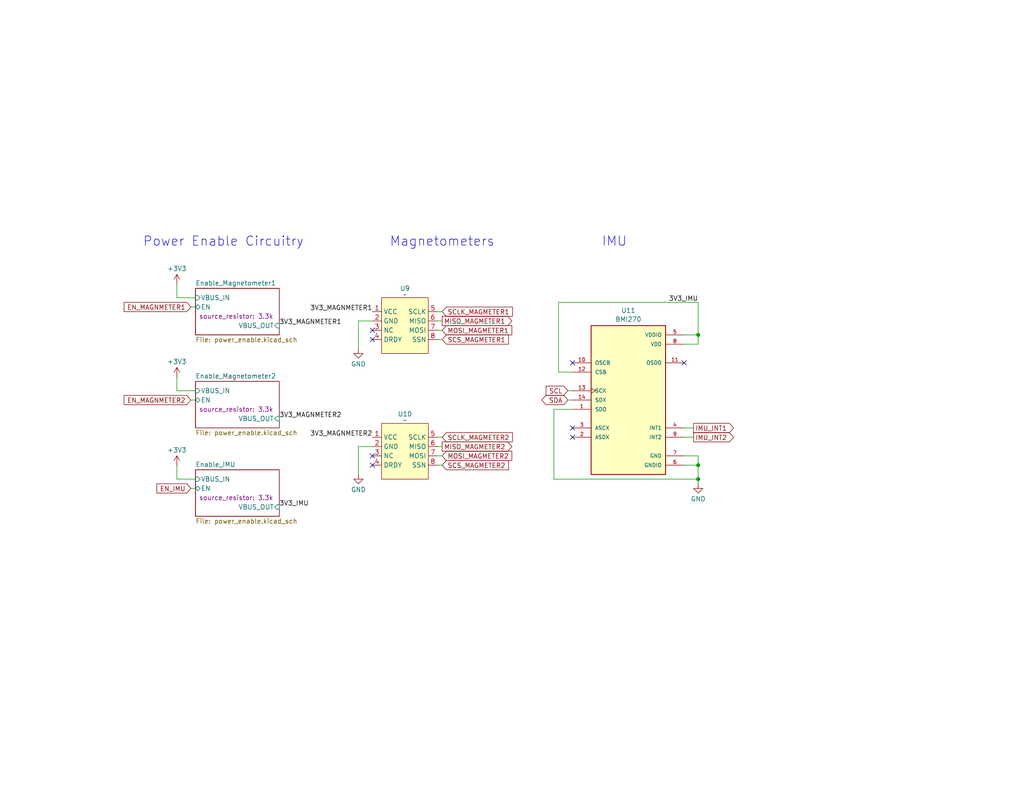
<source format=kicad_sch>
(kicad_sch (version 20231120) (generator "eeschema") (generator_version "8.0")
  (paper "A")
  (title_block (title "√g") (date "2024-08-05") (rev "1.0.1") (company "Stanford Student Space Initiative") (comment 1 "RE: Flynn Dreilinger"))
  (lib_symbols
    (symbol "power:+3V3" (power) (pin_numbers hide) (pin_names (offset 0) hide)
      (property "Value" "+3V3" (at 0 3.556 0))
      (symbol "+3V3_0_1"
        (polyline (pts (xy -0.762 1.27) (xy 0 2.54)))
        (polyline (pts (xy 0 0) (xy 0 2.54)))
        (polyline (pts (xy 0 2.54) (xy 0.762 1.27)))
      )
      (symbol "+3V3_1_1"
        (pin power_in line (at 0 0 90) (length 0) (name "~") (number "1"))
      )
    )
    (symbol "power:GND" (power) (pin_numbers hide) (pin_names (offset 0) hide)
      (property "Value" "GND" (at 0 -3.81 0))
      (symbol "GND_0_1"
        (polyline (pts (xy 0 0) (xy 0 -1.27) (xy 1.27 -1.27) (xy 0 -2.54) (xy -1.27 -1.27) (xy 0 -1.27)))
      )
      (symbol "GND_1_1"
        (pin power_in line (at 0 0 270) (length 0) (name "~") (number "1"))
      )
    )
    (symbol "ssi_IC:BMI270" (pin_names (offset 1.016))
      (property "Reference" "U" (at -10.16 21.082 0))
      (property "Value" "BMI270" (at -10.16 -22.86 0))
      (symbol "BMI270_0_0"
        (rectangle (start -10.16 -20.32) (end 10.16 20.32) (stroke (width 0.254)) (fill (type background)))
        (pin bidirectional line (at -15.24 -2.54 0) (length 5.08) (name "SDO") (number "1"))
        (pin input line (at -15.24 10.16 0) (length 5.08) (name "OSCB") (number "10"))
        (pin output line (at 15.24 10.16 180) (length 5.08) (name "OSDO") (number "11"))
        (pin input line (at -15.24 7.62 0) (length 5.08) (name "CSB") (number "12"))
        (pin input clock (at -15.24 2.54 0) (length 5.08) (name "SCX") (number "13"))
        (pin bidirectional line (at -15.24 0 0) (length 5.08) (name "SDX") (number "14"))
        (pin bidirectional line (at -15.24 -10.16 0) (length 5.08) (name "ASDX") (number "2"))
        (pin bidirectional line (at -15.24 -7.62 0) (length 5.08) (name "ASCX") (number "3"))
        (pin bidirectional line (at 15.24 -7.62 180) (length 5.08) (name "INT1") (number "4"))
        (pin power_in line (at 15.24 17.78 180) (length 5.08) (name "VDDIO") (number "5"))
        (pin power_in line (at 15.24 -17.78 180) (length 5.08) (name "GNDIO") (number "6"))
        (pin power_in line (at 15.24 -15.24 180) (length 5.08) (name "GND") (number "7"))
        (pin power_in line (at 15.24 15.24 180) (length 5.08) (name "VDD") (number "8"))
        (pin bidirectional line (at 15.24 -10.16 180) (length 5.08) (name "INT2") (number "9"))
      )
    )
    (symbol "ssi_adcs:RM3100-CB_AliExpress"
      (property "Reference" "U" (at -5.842 8.636 0))
      (symbol "RM3100-CB_AliExpress_1_1"
        (rectangle (start -6.35 7.62) (end 6.35 -7.62) (fill (type background)))
        (pin input line (at -8.89 3.81 0) (length 2.54) (name "VCC") (number "1"))
        (pin unspecified line (at -8.89 1.27 0) (length 2.54) (name "GND") (number "2"))
        (pin input line (at -8.89 -1.27 0) (length 2.54) (name "NC") (number "3"))
        (pin input line (at -8.89 -3.81 0) (length 2.54) (name "DRDY") (number "4"))
        (pin input line (at 8.89 3.81 180) (length 2.54) (name "SCLK") (number "5"))
        (pin input line (at 8.89 1.27 180) (length 2.54) (name "MISO") (number "6"))
        (pin input line (at 8.89 -1.27 180) (length 2.54) (name "MOSI") (number "7"))
        (pin input line (at 8.89 -3.81 180) (length 2.54) (name "SSN") (number "8"))
      )
    )
  )
  (junction (at 190.5 91.44))
  (junction (at 190.5 130.81))
  (junction (at 190.5 127))
  (no_connect (at 101.6 124.46))
  (no_connect (at 156.21 119.38))
  (no_connect (at 101.6 90.17))
  (no_connect (at 156.21 116.84))
  (no_connect (at 101.6 127))
  (no_connect (at 101.6 92.71))
  (no_connect (at 156.21 99.06))
  (no_connect (at 186.69 99.06))
  (wire (pts (xy 190.5 127) (xy 190.5 130.81)))
  (wire (pts (xy 186.69 127) (xy 190.5 127)))
  (wire (pts (xy 190.5 93.98) (xy 186.69 93.98)))
  (wire (pts (xy 53.34 106.68) (xy 48.26 106.68)))
  (wire (pts (xy 101.6 87.63) (xy 97.79 87.63)))
  (wire (pts (xy 52.07 133.35) (xy 53.34 133.35)))
  (wire (pts (xy 154.94 106.68) (xy 156.21 106.68)))
  (wire (pts (xy 186.69 91.44) (xy 190.5 91.44)))
  (wire (pts (xy 186.69 116.84) (xy 189.23 116.84)))
  (wire (pts (xy 101.6 121.92) (xy 97.79 121.92)))
  (wire (pts (xy 53.34 81.28) (xy 48.26 81.28)))
  (wire (pts (xy 186.69 119.38) (xy 189.23 119.38)))
  (wire (pts (xy 190.5 130.81) (xy 190.5 132.08)))
  (wire (pts (xy 156.21 111.76) (xy 151.13 111.76)))
  (wire (pts (xy 152.4 82.55) (xy 190.5 82.55)))
  (wire (pts (xy 186.69 124.46) (xy 190.5 124.46)))
  (wire (pts (xy 119.38 127) (xy 120.65 127)))
  (wire (pts (xy 53.34 130.81) (xy 48.26 130.81)))
  (wire (pts (xy 154.94 109.22) (xy 156.21 109.22)))
  (wire (pts (xy 190.5 124.46) (xy 190.5 127)))
  (wire (pts (xy 190.5 91.44) (xy 190.5 93.98)))
  (wire (pts (xy 48.26 81.28) (xy 48.26 77.47)))
  (wire (pts (xy 119.38 124.46) (xy 120.65 124.46)))
  (wire (pts (xy 48.26 130.81) (xy 48.26 127)))
  (wire (pts (xy 97.79 87.63) (xy 97.79 95.25)))
  (wire (pts (xy 52.07 109.22) (xy 53.34 109.22)))
  (wire (pts (xy 119.38 121.92) (xy 120.65 121.92)))
  (wire (pts (xy 119.38 87.63) (xy 120.65 87.63)))
  (wire (pts (xy 152.4 101.6) (xy 152.4 82.55)))
  (wire (pts (xy 119.38 90.17) (xy 120.65 90.17)))
  (wire (pts (xy 156.21 101.6) (xy 152.4 101.6)))
  (wire (pts (xy 119.38 85.09) (xy 120.65 85.09)))
  (wire (pts (xy 52.07 83.82) (xy 53.34 83.82)))
  (wire (pts (xy 151.13 130.81) (xy 190.5 130.81)))
  (wire (pts (xy 48.26 106.68) (xy 48.26 102.87)))
  (wire (pts (xy 151.13 111.76) (xy 151.13 130.81)))
  (wire (pts (xy 119.38 119.38) (xy 120.65 119.38)))
  (wire (pts (xy 97.79 121.92) (xy 97.79 129.54)))
  (wire (pts (xy 119.38 92.71) (xy 120.65 92.71)))
  (wire (pts (xy 190.5 82.55) (xy 190.5 91.44)))
  (text "Power Enable Circuitry" (at 60.96 66.04 0) (effects (font (size 2.54 2.54))))
  (text "IMU" (at 167.64 66.04 0) (effects (font (size 2.54 2.54))))
  (text "Magnetometers" (at 120.65 66.04 0) (effects (font (size 2.54 2.54))))
  (label "3V3_MAGNMETER2" (at 101.6 119.38 180))
  (label "3V3_IMU" (at 190.5 82.55 180))
  (label "3V3_MAGNMETER1" (at 101.6 85.09 180))
  (label "3V3_MAGNMETER2" (at 76.2 114.3 0))
  (label "3V3_IMU" (at 76.2 138.43 0))
  (label "3V3_MAGNMETER1" (at 76.2 88.9 0))
  (global_label "MISO_MAGMETER1" (shape output) (at 120.65 87.63 0) (property "Intersheetrefs" "${INTERSHEET_REFS}" (effects (hide yes))))
  (global_label "SCLK_MAGMETER1" (shape input) (at 120.65 85.09 0) (property "Intersheetrefs" "${INTERSHEET_REFS}" (effects (hide yes))))
  (global_label "SDA" (shape bidirectional) (at 154.94 109.22 180) (property "Intersheetrefs" "${INTERSHEET_REFS}" (effects (hide yes))))
  (global_label "SCL" (shape input) (at 154.94 106.68 180) (property "Intersheetrefs" "${INTERSHEET_REFS}" (effects (hide yes))))
  (global_label "EN_MAGNMETER1" (shape input) (at 52.07 83.82 180) (property "Intersheetrefs" "${INTERSHEET_REFS}" (effects (hide yes))))
  (global_label "MISO_MAGMETER2" (shape output) (at 120.65 121.92 0) (property "Intersheetrefs" "${INTERSHEET_REFS}" (effects (hide yes))))
  (global_label "IMU_INT2" (shape output) (at 189.23 119.38 0) (property "Intersheetrefs" "${INTERSHEET_REFS}" (effects (hide yes))))
  (global_label "MOSI_MAGMETER2" (shape input) (at 120.65 124.46 0) (property "Intersheetrefs" "${INTERSHEET_REFS}" (effects (hide yes))))
  (global_label "EN_IMU" (shape input) (at 52.07 133.35 180) (property "Intersheetrefs" "${INTERSHEET_REFS}" (effects (hide yes))))
  (global_label "SCLK_MAGMETER2" (shape input) (at 120.65 119.38 0) (property "Intersheetrefs" "${INTERSHEET_REFS}" (effects (hide yes))))
  (global_label "SCS_MAGMETER2" (shape input) (at 120.65 127 0) (property "Intersheetrefs" "${INTERSHEET_REFS}" (effects (hide yes))))
  (global_label "EN_MAGNMETER2" (shape input) (at 52.07 109.22 180) (property "Intersheetrefs" "${INTERSHEET_REFS}" (effects (hide yes))))
  (global_label "IMU_INT1" (shape output) (at 189.23 116.84 0) (property "Intersheetrefs" "${INTERSHEET_REFS}" (effects (hide yes))))
  (global_label "SCS_MAGMETER1" (shape input) (at 120.65 92.71 0) (property "Intersheetrefs" "${INTERSHEET_REFS}" (effects (hide yes))))
  (global_label "MOSI_MAGMETER1" (shape input) (at 120.65 90.17 0) (property "Intersheetrefs" "${INTERSHEET_REFS}" (effects (hide yes))))
  (symbol (lib_id "power:GND") (at 97.79 129.54 0) (unit 1)
    (property "Reference" "#PWR058" (effects (hide yes)))
    (property "Value" "GND" (at 97.79 133.6731 0))
    (property "Description" "Power symbol creates a global label with name \"GND\" , ground" (effects (hide yes)))
  )
  (symbol (lib_id "power:GND") (at 190.5 132.08 0) (unit 1)
    (property "Reference" "#PWR079" (effects (hide yes)))
    (property "Value" "GND" (at 190.5 136.2131 0))
    (property "Description" "Power symbol creates a global label with name \"GND\" , ground" (effects (hide yes)))
  )
  (symbol (lib_id "ssi_IC:BMI270") (at 171.45 109.22 0) (unit 1)
    (property "Reference" "U11" (at 171.45 84.7555 0))
    (property "Value" "BMI270" (at 171.45 87.1798 0))
    (property "Footprint" "XDCR_BMI270" (effects (hide yes)))
    (property "PATREV" "1.0" (effects (hide yes)))
    (property "STANDARD" "Manufacturer Recommendations" (effects (hide yes)))
    (property "MAXIMUM_PACKAGE_HEIGHT" "0.87mm" (effects (hide yes)))
    (property "MANUFACTURER" "Bosch Sensortec" (effects (hide yes)))
  )
  (symbol (lib_id "ssi_adcs:RM3100-CB_AliExpress") (at 110.49 88.9 0) (unit 1)
    (property "Reference" "U9" (at 110.49 78.7485 0))
    (property "Value" "~" (at 110.49 80.4299 0))
    (property "Footprint" "adcs:RM3100CB" (effects (hide yes)))
    (instances (project "" (path "" (reference "U9") (unit 1)) (path "" (reference "U10") (unit 1))) (project "" (path "" (reference "U9") (unit 1))))
  )
  (symbol (lib_id "power:+3V3") (at 48.26 102.87 0) (unit 1)
    (property "Reference" "#PWR04" (effects (hide yes)))
    (property "Value" "+3V3" (at 48.26 98.7369 0))
    (property "Description" "Power symbol creates a global label with name \"+3V3\"" (effects (hide yes)))
  )
  (symbol (lib_id "power:GND") (at 97.79 95.25 0) (unit 1)
    (property "Reference" "#PWR054" (effects (hide yes)))
    (property "Value" "GND" (at 97.79 99.3831 0))
    (property "Description" "Power symbol creates a global label with name \"GND\" , ground" (effects (hide yes)))
  )
  (symbol (lib_id "power:+3V3") (at 48.26 127 0) (unit 1)
    (property "Reference" "#PWR07" (effects (hide yes)))
    (property "Value" "+3V3" (at 48.26 122.8669 0))
    (property "Description" "Power symbol creates a global label with name \"+3V3\"" (effects (hide yes)))
  )
  (symbol (lib_id "ssi_adcs:RM3100-CB_AliExpress") (at 110.49 123.19 0) (unit 1)
    (property "Reference" "U10" (at 110.49 113.0385 0))
    (property "Value" "~" (at 110.49 114.7199 0))
    (property "Footprint" "adcs:RM3100CB" (effects (hide yes)))
  )
  (symbol (lib_id "power:+3V3") (at 48.26 77.47 0) (unit 1)
    (property "Reference" "#PWR01" (effects (hide yes)))
    (property "Value" "+3V3" (at 48.26 73.3369 0))
    (property "Description" "Power symbol creates a global label with name \"+3V3\"" (effects (hide yes)))
  )
  (sheet (at 53.34 78.74) (size 22.86 12.7) (stroke (width 0.1524))
    (property "Sheetname" "Enable_Magnetometer1" (at 53.34 78.0284 0) (effects (justify left bottom)))
    (property "Sheetfile" "power_enable.kicad_sch" (at 53.34 92.0246 0) (effects (justify left top)))
    (property "source_resistor" "3.3k" (at 64.4398 86.36 0) (show_name yes))
    (pin "VBUS_IN" input (at 53.34 81.28 180))
    (pin "EN" bidirectional (at 53.34 83.82 180))
    (pin "VBUS_OUT" input (at 76.2 88.9 0))
  )
  (sheet (at 53.34 104.14) (size 22.86 12.7) (stroke (width 0.1524))
    (property "Sheetname" "Enable_Magnetometer2" (at 53.34 103.4284 0) (effects (justify left bottom)))
    (property "Sheetfile" "power_enable.kicad_sch" (at 53.34 117.4246 0) (effects (justify left top)))
    (property "source_resistor" "3.3k" (at 64.4398 111.76 0) (show_name yes))
    (pin "VBUS_IN" input (at 53.34 106.68 180))
    (pin "EN" bidirectional (at 53.34 109.22 180))
    (pin "VBUS_OUT" input (at 76.2 114.3 0))
  )
  (sheet (at 53.34 128.27) (size 22.86 12.7) (stroke (width 0.1524))
    (property "Sheetname" "Enable_IMU" (at 53.34 127.5584 0) (effects (justify left bottom)))
    (property "Sheetfile" "power_enable.kicad_sch" (at 53.34 141.5546 0) (effects (justify left top)))
    (property "source_resistor" "3.3k" (at 64.4398 135.89 0) (show_name yes))
    (pin "VBUS_IN" input (at 53.34 130.81 180))
    (pin "EN" bidirectional (at 53.34 133.35 180))
    (pin "VBUS_OUT" input (at 76.2 138.43 0))
  )
)
</source>
